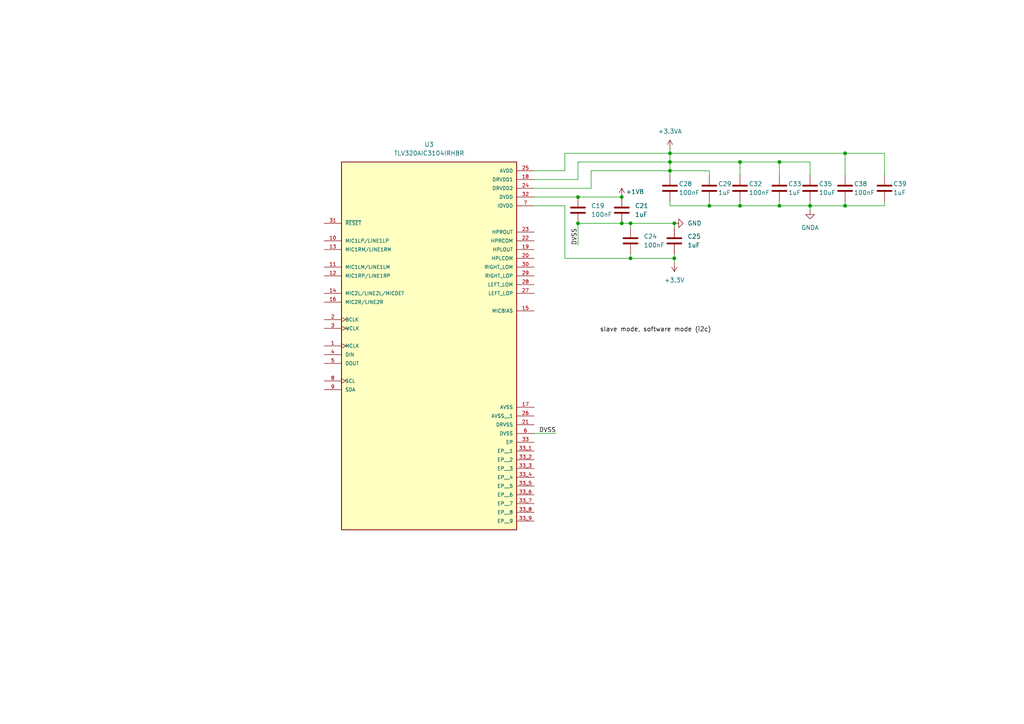
<source format=kicad_sch>
(kicad_sch (version 20250114) (generator "eeschema") (generator_version "9.0")
  (paper "A4")
  (lib_symbols
    (symbol "Device:C" (pin_numbers (hide yes)) (pin_names (offset 0.254))
      (property "Reference" "C" (at 0.635 2.54 0))
      (property "Value" "C" (at 0.635 -2.54 0))
      (symbol "C_0_1"
        (polyline (pts (xy -2.032 0.762) (xy 2.032 0.762)) (stroke (width 0.508)))
        (polyline (pts (xy -2.032 -0.762) (xy 2.032 -0.762)) (stroke (width 0.508)))
      )
      (symbol "C_1_1"
        (pin passive line (at 0 3.81 270) (length 2.794) (name "~") (number "1"))
        (pin passive line (at 0 -3.81 90) (length 2.794) (name "~") (number "2"))
      )
    )
    (symbol "TLV320AIC3104IRHBR:TLV320AIC3104IRHBR" (pin_names (offset 1.016))
      (property "Reference" "U" (at -25.4153 41.2999 0))
      (property "Value" "TLV320AIC3104IRHBR" (at -25.4203 -68.6145 0))
      (symbol "TLV320AIC3104IRHBR_0_0"
        (rectangle (start -25.4 -66.04) (end 25.4 40.64) (stroke (width 0.254)) (fill (type background)))
        (pin input line (at -30.48 22.86 0) (length 5.08) (name "~{RESET}") (number "31"))
        (pin input line (at -30.48 17.78 0) (length 5.08) (name "MIC1LP/LINE1LP") (number "10"))
        (pin input line (at -30.48 15.24 0) (length 5.08) (name "MIC1RM/LINE1RM") (number "13"))
        (pin input line (at -30.48 10.16 0) (length 5.08) (name "MIC1LM/LINE1LM") (number "11"))
        (pin input line (at -30.48 7.62 0) (length 5.08) (name "MIC1RP/LINE1RP") (number "12"))
        (pin input line (at -30.48 2.54 0) (length 5.08) (name "MIC2L/LINE2L/MICDET") (number "14"))
        (pin input line (at -30.48 0 0) (length 5.08) (name "MIC2R/LINE2R") (number "16"))
        (pin bidirectional clock (at -30.48 -5.08 0) (length 5.08) (name "BCLK") (number "2"))
        (pin bidirectional clock (at -30.48 -7.62 0) (length 5.08) (name "WCLK") (number "3"))
        (pin input clock (at -30.48 -12.7 0) (length 5.08) (name "MCLK") (number "1"))
        (pin input line (at -30.48 -15.24 0) (length 5.08) (name "DIN") (number "4"))
        (pin output line (at -30.48 -17.78 0) (length 5.08) (name "DOUT") (number "5"))
        (pin bidirectional clock (at -30.48 -22.86 0) (length 5.08) (name "SCL") (number "8"))
        (pin bidirectional line (at -30.48 -25.4 0) (length 5.08) (name "SDA") (number "9"))
        (pin power_in line (at 30.48 38.1 180) (length 5.08) (name "AVDD") (number "25"))
        (pin power_in line (at 30.48 35.56 180) (length 5.08) (name "DRVDD1") (number "18"))
        (pin power_in line (at 30.48 33.02 180) (length 5.08) (name "DRVDD2") (number "24"))
        (pin power_in line (at 30.48 30.48 180) (length 5.08) (name "DVDD") (number "32"))
        (pin power_in line (at 30.48 27.94 180) (length 5.08) (name "IOVDD") (number "7"))
        (pin output line (at 30.48 20.32 180) (length 5.08) (name "HPROUT") (number "23"))
        (pin output line (at 30.48 17.78 180) (length 5.08) (name "HPRCOM") (number "22"))
        (pin output line (at 30.48 15.24 180) (length 5.08) (name "HPLOUT") (number "19"))
        (pin output line (at 30.48 12.7 180) (length 5.08) (name "HPLCOM") (number "20"))
        (pin output line (at 30.48 10.16 180) (length 5.08) (name "RIGHT_LOM") (number "30"))
        (pin output line (at 30.48 7.62 180) (length 5.08) (name "RIGHT_LOP") (number "29"))
        (pin output line (at 30.48 5.08 180) (length 5.08) (name "LEFT_LOM") (number "28"))
        (pin output line (at 30.48 2.54 180) (length 5.08) (name "LEFT_LOP") (number "27"))
        (pin output line (at 30.48 -2.54 180) (length 5.08) (name "MICBIAS") (number "15"))
        (pin power_in line (at 30.48 -30.48 180) (length 5.08) (name "AVSS") (number "17"))
        (pin power_in line (at 30.48 -33.02 180) (length 5.08) (name "AVSS__1") (number "26"))
        (pin power_in line (at 30.48 -35.56 180) (length 5.08) (name "DRVSS") (number "21"))
        (pin power_in line (at 30.48 -38.1 180) (length 5.08) (name "DVSS") (number "6"))
        (pin power_in line (at 30.48 -40.64 180) (length 5.08) (name "EP") (number "33"))
        (pin power_in line (at 30.48 -43.18 180) (length 5.08) (name "EP__1") (number "33_1"))
        (pin power_in line (at 30.48 -45.72 180) (length 5.08) (name "EP__2") (number "33_2"))
        (pin power_in line (at 30.48 -48.26 180) (length 5.08) (name "EP__3") (number "33_3"))
        (pin power_in line (at 30.48 -50.8 180) (length 5.08) (name "EP__4") (number "33_4"))
        (pin power_in line (at 30.48 -53.34 180) (length 5.08) (name "EP__5") (number "33_5"))
        (pin power_in line (at 30.48 -55.88 180) (length 5.08) (name "EP__6") (number "33_6"))
        (pin power_in line (at 30.48 -58.42 180) (length 5.08) (name "EP__7") (number "33_7"))
        (pin power_in line (at 30.48 -60.96 180) (length 5.08) (name "EP__8") (number "33_8"))
        (pin power_in line (at 30.48 -63.5 180) (length 5.08) (name "EP__9") (number "33_9"))
      )
    )
    (symbol "power:+1V8" (power) (pin_numbers (hide yes)) (pin_names (offset 0) (hide yes))
      (property "Value" "+1V8" (at 0 3.556 0))
      (symbol "+1V8_0_1"
        (polyline (pts (xy -0.762 1.27) (xy 0 2.54)))
        (polyline (pts (xy 0 2.54) (xy 0.762 1.27)))
        (polyline (pts (xy 0 0) (xy 0 2.54)))
      )
      (symbol "+1V8_1_1"
        (pin power_in line (at 0 0 90) (length 0) (name "~") (number "1"))
      )
    )
    (symbol "power:+3.3V" (power) (pin_numbers (hide yes)) (pin_names (offset 0) (hide yes))
      (property "Value" "+3.3V" (at 0 3.556 0))
      (symbol "+3.3V_0_1"
        (polyline (pts (xy -0.762 1.27) (xy 0 2.54)))
        (polyline (pts (xy 0 2.54) (xy 0.762 1.27)))
        (polyline (pts (xy 0 0) (xy 0 2.54)))
      )
      (symbol "+3.3V_1_1"
        (pin power_in line (at 0 0 90) (length 0) (name "~") (number "1"))
      )
    )
    (symbol "power:+3.3VA" (power) (pin_numbers (hide yes)) (pin_names (offset 0) (hide yes))
      (property "Value" "+3.3VA" (at 0 3.556 0))
      (symbol "+3.3VA_0_1"
        (polyline (pts (xy -0.762 1.27) (xy 0 2.54)))
        (polyline (pts (xy 0 2.54) (xy 0.762 1.27)))
        (polyline (pts (xy 0 0) (xy 0 2.54)))
      )
      (symbol "+3.3VA_1_1"
        (pin power_in line (at 0 0 90) (length 0) (name "~") (number "1"))
      )
    )
    (symbol "power:GND" (power) (pin_numbers (hide yes)) (pin_names (offset 0) (hide yes))
      (property "Value" "GND" (at 0 -3.81 0))
      (symbol "GND_0_1"
        (polyline (pts (xy 0 0) (xy 0 -1.27) (xy 1.27 -1.27) (xy 0 -2.54) (xy -1.27 -1.27) (xy 0 -1.27)))
      )
      (symbol "GND_1_1"
        (pin power_in line (at 0 0 270) (length 0) (name "~") (number "1"))
      )
    )
    (symbol "power:GNDA" (power) (pin_numbers (hide yes)) (pin_names (offset 0) (hide yes))
      (property "Value" "GNDA" (at 0 -3.81 0))
      (symbol "GNDA_0_1"
        (polyline (pts (xy 0 0) (xy 0 -1.27) (xy 1.27 -1.27) (xy 0 -2.54) (xy -1.27 -1.27) (xy 0 -1.27)))
      )
      (symbol "GNDA_1_1"
        (pin power_in line (at 0 0 270) (length 0) (name "~") (number "1"))
      )
    )
  )
  (junction (at 214.63 59.69))
  (junction (at 226.06 59.69))
  (junction (at 180.34 64.77))
  (junction (at 167.64 57.15))
  (junction (at 167.64 64.77))
  (junction (at 180.34 57.15))
  (junction (at 195.58 74.93))
  (junction (at 194.31 46.99))
  (junction (at 182.88 64.77))
  (junction (at 194.31 49.53))
  (junction (at 245.11 44.45))
  (junction (at 234.95 59.69))
  (junction (at 245.11 59.69))
  (junction (at 205.74 59.69))
  (junction (at 194.31 44.45))
  (junction (at 195.58 64.77))
  (junction (at 214.63 46.99))
  (junction (at 226.06 46.99))
  (junction (at 182.88 74.93))
  (wire (pts (xy 205.74 59.69) (xy 205.74 58.42)))
  (wire (pts (xy 214.63 46.99) (xy 214.63 50.8)))
  (wire (pts (xy 226.06 46.99) (xy 234.95 46.99)))
  (wire (pts (xy 194.31 44.45) (xy 194.31 46.99)))
  (wire (pts (xy 205.74 59.69) (xy 214.63 59.69)))
  (wire (pts (xy 194.31 43.18) (xy 194.31 44.45)))
  (wire (pts (xy 167.64 46.99) (xy 194.31 46.99)))
  (wire (pts (xy 163.83 74.93) (xy 182.88 74.93)))
  (wire (pts (xy 163.83 49.53) (xy 163.83 44.45)))
  (wire (pts (xy 195.58 74.93) (xy 195.58 73.66)))
  (wire (pts (xy 167.64 57.15) (xy 180.34 57.15)))
  (wire (pts (xy 167.64 52.07) (xy 167.64 46.99)))
  (wire (pts (xy 182.88 74.93) (xy 195.58 74.93)))
  (wire (pts (xy 154.94 54.61) (xy 171.45 54.61)))
  (wire (pts (xy 194.31 49.53) (xy 194.31 50.8)))
  (wire (pts (xy 226.06 59.69) (xy 234.95 59.69)))
  (wire (pts (xy 194.31 59.69) (xy 205.74 59.69)))
  (wire (pts (xy 194.31 44.45) (xy 245.11 44.45)))
  (wire (pts (xy 154.94 59.69) (xy 163.83 59.69)))
  (wire (pts (xy 167.64 64.77) (xy 180.34 64.77)))
  (wire (pts (xy 195.58 64.77) (xy 195.58 66.04)))
  (wire (pts (xy 245.11 44.45) (xy 256.54 44.45)))
  (wire (pts (xy 154.94 49.53) (xy 163.83 49.53)))
  (wire (pts (xy 180.34 64.77) (xy 182.88 64.77)))
  (wire (pts (xy 245.11 59.69) (xy 256.54 59.69)))
  (wire (pts (xy 214.63 46.99) (xy 226.06 46.99)))
  (wire (pts (xy 226.06 46.99) (xy 226.06 50.8)))
  (wire (pts (xy 163.83 59.69) (xy 163.83 74.93)))
  (wire (pts (xy 256.54 59.69) (xy 256.54 58.42)))
  (wire (pts (xy 194.31 49.53) (xy 205.74 49.53)))
  (wire (pts (xy 154.94 52.07) (xy 167.64 52.07)))
  (wire (pts (xy 205.74 49.53) (xy 205.74 50.8)))
  (wire (pts (xy 214.63 59.69) (xy 214.63 58.42)))
  (wire (pts (xy 182.88 64.77) (xy 182.88 66.04)))
  (wire (pts (xy 234.95 59.69) (xy 234.95 58.42)))
  (wire (pts (xy 154.94 57.15) (xy 167.64 57.15)))
  (wire (pts (xy 195.58 64.77) (xy 182.88 64.77)))
  (wire (pts (xy 256.54 44.45) (xy 256.54 50.8)))
  (wire (pts (xy 195.58 76.2) (xy 195.58 74.93)))
  (wire (pts (xy 171.45 54.61) (xy 171.45 49.53)))
  (wire (pts (xy 163.83 44.45) (xy 194.31 44.45)))
  (wire (pts (xy 214.63 59.69) (xy 226.06 59.69)))
  (wire (pts (xy 245.11 44.45) (xy 245.11 50.8)))
  (wire (pts (xy 194.31 46.99) (xy 214.63 46.99)))
  (wire (pts (xy 234.95 46.99) (xy 234.95 50.8)))
  (wire (pts (xy 194.31 46.99) (xy 194.31 49.53)))
  (wire (pts (xy 226.06 59.69) (xy 226.06 58.42)))
  (wire (pts (xy 234.95 60.96) (xy 234.95 59.69)))
  (wire (pts (xy 234.95 59.69) (xy 245.11 59.69)))
  (wire (pts (xy 245.11 59.69) (xy 245.11 58.42)))
  (wire (pts (xy 194.31 59.69) (xy 194.31 58.42)))
  (wire (pts (xy 167.64 71.12) (xy 167.64 64.77)))
  (wire (pts (xy 171.45 49.53) (xy 194.31 49.53)))
  (wire (pts (xy 182.88 74.93) (xy 182.88 73.66)))
  (wire (pts (xy 161.29 125.73) (xy 154.94 125.73)))
  (label "DVSS" (at 167.64 71.12 90))
  (label "slave mode, software mode (i2c)" (at 173.99 96.52 0))
  (label "DVSS" (at 161.29 125.73 180))
  (symbol (lib_id "TLV320AIC3104IRHBR:TLV320AIC3104IRHBR") (at 124.46 87.63 0) (unit 1)
    (property "Reference" "U2" (at 124.46 41.91 0))
    (property "Value" "TLV320AIC3104IRHBR" (at 124.46 44.45 0))
    (property "Footprint" "TLV320AIC3104IRHBR:QFN50P500X500X100-33N" (effects (hide yes)))
    (property "STANDARD" "IPC 7351B" (effects (hide yes)))
    (property "MANUFACTURER" "TEXAS INSTRUMENTS" (effects (hide yes)))
    (instances (project "STMBlueLine" (path "" (reference "U3") (unit 1)) (path "" (reference "U2") (unit 1))))
  )
  (symbol (lib_id "power:+1V8") (at 180.34 57.15 0) (unit 1)
    (property "Reference" "#PWR022" (effects (hide yes)))
    (property "Value" "+1V8" (at 184.15 55.626 0))
    (property "Description" "Power symbol creates a global label with name \"+1V8\"" (effects (hide yes)))
    (instances (project "STMBlueLine" (path "" (reference "#PWR023") (unit 1)) (path "" (reference "#PWR022") (unit 1))))
  )
  (symbol (lib_id "power:+3.3VA") (at 194.31 43.18 0) (unit 1)
    (property "Reference" "#PWR028" (effects (hide yes)))
    (property "Value" "+3.3VA" (at 194.31 38.1 0))
    (property "Description" "Power symbol creates a global label with name \"+3.3VA\"" (effects (hide yes)))
    (instances (project "STMBlueLine" (path "" (reference "#PWR029") (unit 1)) (path "" (reference "#PWR028") (unit 1))))
  )
  (symbol (lib_id "Device:C") (at 256.54 54.61 180) (unit 1)
    (property "Reference" "C37" (at 259.08 53.34 0) (effects (justify right)))
    (property "Value" "1uF" (at 259.08 55.88 0) (effects (justify right)))
    (property "Description" "Unpolarized capacitor" (effects (hide yes)))
    (instances (project "STMBlueLine" (path "" (reference "C39") (unit 1)) (path "" (reference "C37") (unit 1))))
  )
  (symbol (lib_id "power:+3.3V") (at 195.58 76.2 180) (unit 1)
    (property "Reference" "#PWR024" (effects (hide yes)))
    (property "Value" "+3.3V" (at 195.58 81.28 0))
    (property "Description" "Power symbol creates a global label with name \"+3.3V\"" (effects (hide yes)))
    (instances (project "STMBlueLine" (path "" (reference "#PWR025") (unit 1)) (path "" (reference "#PWR024") (unit 1))))
  )
  (symbol (lib_id "Device:C") (at 234.95 54.61 180) (unit 1)
    (property "Reference" "C34" (at 237.49 53.34 0) (effects (justify right)))
    (property "Value" "10uF" (at 237.49 55.88 0) (effects (justify right)))
    (property "Description" "Unpolarized capacitor" (effects (hide yes)))
    (instances (project "STMBlueLine" (path "" (reference "C35") (unit 1)) (path "" (reference "C34") (unit 1))))
  )
  (symbol (lib_id "Device:C") (at 182.88 69.85 180) (unit 1)
    (property "Reference" "C22" (at 186.69 68.5799 0) (effects (justify right)))
    (property "Value" "100nF" (at 186.69 71.1199 0) (effects (justify right)))
    (property "Description" "Unpolarized capacitor" (effects (hide yes)))
    (instances (project "STMBlueLine" (path "" (reference "C24") (unit 1)) (path "" (reference "C22") (unit 1))))
  )
  (symbol (lib_id "Device:C") (at 195.58 69.85 180) (unit 1)
    (property "Reference" "C23" (at 199.39 68.5799 0) (effects (justify right)))
    (property "Value" "1uF" (at 199.39 71.1199 0) (effects (justify right)))
    (property "Description" "Unpolarized capacitor" (effects (hide yes)))
    (instances (project "STMBlueLine" (path "" (reference "C25") (unit 1)) (path "" (reference "C23") (unit 1))))
  )
  (symbol (lib_id "Device:C") (at 167.64 60.96 180) (unit 1)
    (property "Reference" "C18" (at 171.45 59.6899 0) (effects (justify right)))
    (property "Value" "100nF" (at 171.45 62.2299 0) (effects (justify right)))
    (property "Description" "Unpolarized capacitor" (effects (hide yes)))
    (instances (project "STMBlueLine" (path "" (reference "C19") (unit 1)) (path "" (reference "C18") (unit 1))))
  )
  (symbol (lib_id "Device:C") (at 205.74 54.61 180) (unit 1)
    (property "Reference" "C27" (at 208.28 53.34 0) (effects (justify right)))
    (property "Value" "1uF" (at 208.28 55.88 0) (effects (justify right)))
    (property "Description" "Unpolarized capacitor" (effects (hide yes)))
    (instances (project "STMBlueLine" (path "" (reference "C29") (unit 1)) (path "" (reference "C27") (unit 1))))
  )
  (symbol (lib_id "Device:C") (at 180.34 60.96 180) (unit 1)
    (property "Reference" "C20" (at 184.15 59.6899 0) (effects (justify right)))
    (property "Value" "1uF" (at 184.15 62.2299 0) (effects (justify right)))
    (property "Description" "Unpolarized capacitor" (effects (hide yes)))
    (instances (project "STMBlueLine" (path "" (reference "C21") (unit 1)) (path "" (reference "C20") (unit 1))))
  )
  (symbol (lib_id "Device:C") (at 214.63 54.61 180) (unit 1)
    (property "Reference" "C30" (at 217.17 53.34 0) (effects (justify right)))
    (property "Value" "100nF" (at 217.17 55.88 0) (effects (justify right)))
    (property "Description" "Unpolarized capacitor" (effects (hide yes)))
    (instances (project "STMBlueLine" (path "" (reference "C32") (unit 1)) (path "" (reference "C30") (unit 1))))
  )
  (symbol (lib_id "power:GNDA") (at 234.95 60.96 0) (unit 1)
    (property "Reference" "#PWR026" (effects (hide yes)))
    (property "Value" "GNDA" (at 234.95 66.04 0))
    (property "Description" "Power symbol creates a global label with name \"GNDA\" , analog ground" (effects (hide yes)))
    (instances (project "STMBlueLine" (path "" (reference "#PWR027") (unit 1)) (path "" (reference "#PWR026") (unit 1))))
  )
  (symbol (lib_id "Device:C") (at 226.06 54.61 180) (unit 1)
    (property "Reference" "C31" (at 228.6 53.34 0) (effects (justify right)))
    (property "Value" "1uF" (at 228.6 55.88 0) (effects (justify right)))
    (property "Description" "Unpolarized capacitor" (effects (hide yes)))
    (instances (project "STMBlueLine" (path "" (reference "C33") (unit 1)) (path "" (reference "C31") (unit 1))))
  )
  (symbol (lib_id "power:GND") (at 195.58 64.77 90) (unit 1)
    (property "Reference" "#PWR030" (effects (hide yes)))
    (property "Value" "GND" (at 199.39 64.7699 90) (effects (justify right)))
    (property "Description" "Power symbol creates a global label with name \"GND\" , ground" (effects (hide yes)))
    (instances (project "STMBlueLine" (path "" (reference "#PWR031") (unit 1)) (path "" (reference "#PWR030") (unit 1))))
  )
  (symbol (lib_id "Device:C") (at 194.31 54.61 180) (unit 1)
    (property "Reference" "C26" (at 196.85 53.34 0) (effects (justify right)))
    (property "Value" "100nF" (at 196.85 55.88 0) (effects (justify right)))
    (property "Description" "Unpolarized capacitor" (effects (hide yes)))
    (instances (project "STMBlueLine" (path "" (reference "C28") (unit 1)) (path "" (reference "C26") (unit 1))))
  )
  (symbol (lib_id "Device:C") (at 245.11 54.61 180) (unit 1)
    (property "Reference" "C36" (at 247.65 53.34 0) (effects (justify right)))
    (property "Value" "100nF" (at 247.65 55.88 0) (effects (justify right)))
    (property "Description" "Unpolarized capacitor" (effects (hide yes)))
    (instances (project "STMBlueLine" (path "" (reference "C38") (unit 1)) (path "" (reference "C36") (unit 1))))
  )
)
</source>
